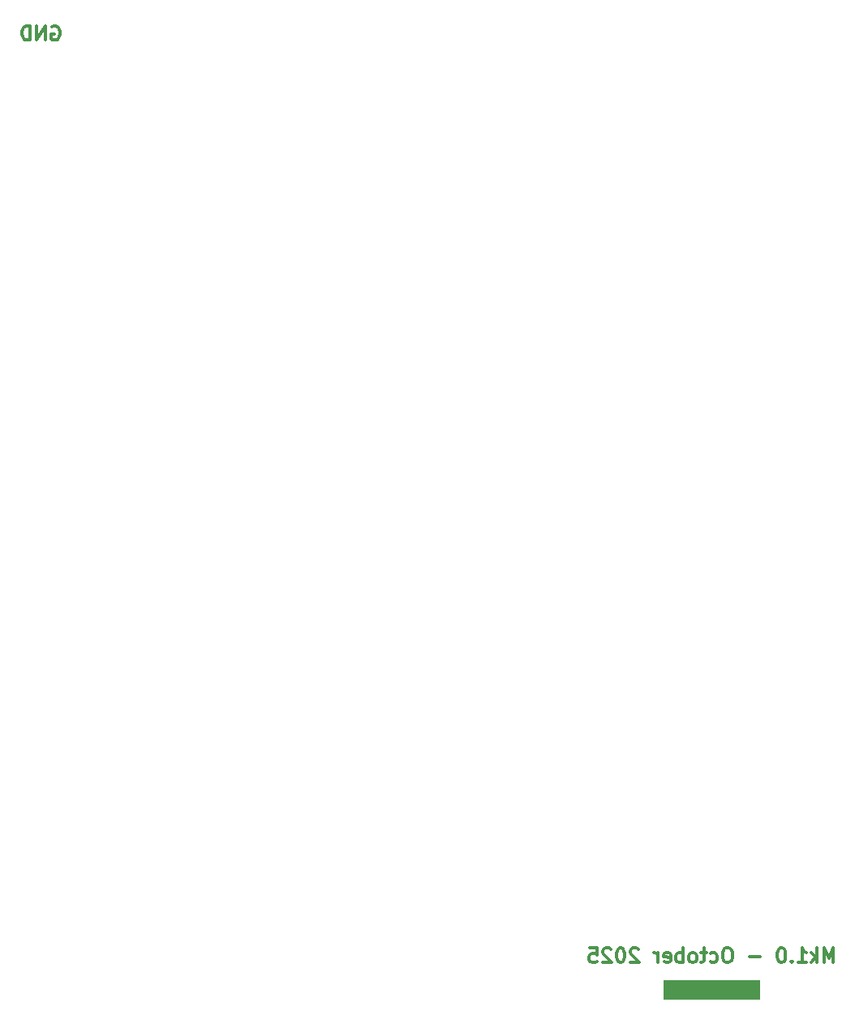
<source format=gbo>
%TF.GenerationSoftware,KiCad,Pcbnew,9.0.4*%
%TF.CreationDate,2025-10-03T19:57:29+02:00*%
%TF.ProjectId,DMH_VCEG_PANEL,444d485f-5643-4454-975f-50414e454c2e,rev?*%
%TF.SameCoordinates,Original*%
%TF.FileFunction,Legend,Bot*%
%TF.FilePolarity,Positive*%
%FSLAX46Y46*%
G04 Gerber Fmt 4.6, Leading zero omitted, Abs format (unit mm)*
G04 Created by KiCad (PCBNEW 9.0.4) date 2025-10-03 19:57:29*
%MOMM*%
%LPD*%
G01*
G04 APERTURE LIST*
%ADD10C,0.100000*%
%ADD11C,0.300000*%
%ADD12C,12.000000*%
%ADD13O,2.500000X1.500000*%
%ADD14C,4.000000*%
%ADD15C,0.500000*%
%ADD16C,3.100000*%
%ADD17C,2.900000*%
%ADD18C,13.000000*%
%ADD19R,5.000000X10.000000*%
G04 APERTURE END LIST*
D10*
X95000000Y-225500000D02*
X105000000Y-225500000D01*
X105000000Y-227500000D01*
X95000000Y-227500000D01*
X95000000Y-225500000D01*
G36*
X95000000Y-225500000D02*
G01*
X105000000Y-225500000D01*
X105000000Y-227500000D01*
X95000000Y-227500000D01*
X95000000Y-225500000D01*
G37*
D11*
X112714284Y-223678328D02*
X112714284Y-222178328D01*
X112714284Y-222178328D02*
X112214284Y-223249757D01*
X112214284Y-223249757D02*
X111714284Y-222178328D01*
X111714284Y-222178328D02*
X111714284Y-223678328D01*
X110999998Y-223678328D02*
X110999998Y-222178328D01*
X110857141Y-223106900D02*
X110428569Y-223678328D01*
X110428569Y-222678328D02*
X110999998Y-223249757D01*
X108999997Y-223678328D02*
X109857140Y-223678328D01*
X109428569Y-223678328D02*
X109428569Y-222178328D01*
X109428569Y-222178328D02*
X109571426Y-222392614D01*
X109571426Y-222392614D02*
X109714283Y-222535471D01*
X109714283Y-222535471D02*
X109857140Y-222606900D01*
X108357141Y-223535471D02*
X108285712Y-223606900D01*
X108285712Y-223606900D02*
X108357141Y-223678328D01*
X108357141Y-223678328D02*
X108428569Y-223606900D01*
X108428569Y-223606900D02*
X108357141Y-223535471D01*
X108357141Y-223535471D02*
X108357141Y-223678328D01*
X107357140Y-222178328D02*
X107214283Y-222178328D01*
X107214283Y-222178328D02*
X107071426Y-222249757D01*
X107071426Y-222249757D02*
X106999998Y-222321185D01*
X106999998Y-222321185D02*
X106928569Y-222464042D01*
X106928569Y-222464042D02*
X106857140Y-222749757D01*
X106857140Y-222749757D02*
X106857140Y-223106900D01*
X106857140Y-223106900D02*
X106928569Y-223392614D01*
X106928569Y-223392614D02*
X106999998Y-223535471D01*
X106999998Y-223535471D02*
X107071426Y-223606900D01*
X107071426Y-223606900D02*
X107214283Y-223678328D01*
X107214283Y-223678328D02*
X107357140Y-223678328D01*
X107357140Y-223678328D02*
X107499998Y-223606900D01*
X107499998Y-223606900D02*
X107571426Y-223535471D01*
X107571426Y-223535471D02*
X107642855Y-223392614D01*
X107642855Y-223392614D02*
X107714283Y-223106900D01*
X107714283Y-223106900D02*
X107714283Y-222749757D01*
X107714283Y-222749757D02*
X107642855Y-222464042D01*
X107642855Y-222464042D02*
X107571426Y-222321185D01*
X107571426Y-222321185D02*
X107499998Y-222249757D01*
X107499998Y-222249757D02*
X107357140Y-222178328D01*
X105071427Y-223106900D02*
X103928570Y-223106900D01*
X101785712Y-222178328D02*
X101499998Y-222178328D01*
X101499998Y-222178328D02*
X101357141Y-222249757D01*
X101357141Y-222249757D02*
X101214284Y-222392614D01*
X101214284Y-222392614D02*
X101142855Y-222678328D01*
X101142855Y-222678328D02*
X101142855Y-223178328D01*
X101142855Y-223178328D02*
X101214284Y-223464042D01*
X101214284Y-223464042D02*
X101357141Y-223606900D01*
X101357141Y-223606900D02*
X101499998Y-223678328D01*
X101499998Y-223678328D02*
X101785712Y-223678328D01*
X101785712Y-223678328D02*
X101928570Y-223606900D01*
X101928570Y-223606900D02*
X102071427Y-223464042D01*
X102071427Y-223464042D02*
X102142855Y-223178328D01*
X102142855Y-223178328D02*
X102142855Y-222678328D01*
X102142855Y-222678328D02*
X102071427Y-222392614D01*
X102071427Y-222392614D02*
X101928570Y-222249757D01*
X101928570Y-222249757D02*
X101785712Y-222178328D01*
X99857141Y-223606900D02*
X99999998Y-223678328D01*
X99999998Y-223678328D02*
X100285712Y-223678328D01*
X100285712Y-223678328D02*
X100428569Y-223606900D01*
X100428569Y-223606900D02*
X100499998Y-223535471D01*
X100499998Y-223535471D02*
X100571426Y-223392614D01*
X100571426Y-223392614D02*
X100571426Y-222964042D01*
X100571426Y-222964042D02*
X100499998Y-222821185D01*
X100499998Y-222821185D02*
X100428569Y-222749757D01*
X100428569Y-222749757D02*
X100285712Y-222678328D01*
X100285712Y-222678328D02*
X99999998Y-222678328D01*
X99999998Y-222678328D02*
X99857141Y-222749757D01*
X99428569Y-222678328D02*
X98857141Y-222678328D01*
X99214284Y-222178328D02*
X99214284Y-223464042D01*
X99214284Y-223464042D02*
X99142855Y-223606900D01*
X99142855Y-223606900D02*
X98999998Y-223678328D01*
X98999998Y-223678328D02*
X98857141Y-223678328D01*
X98142855Y-223678328D02*
X98285712Y-223606900D01*
X98285712Y-223606900D02*
X98357141Y-223535471D01*
X98357141Y-223535471D02*
X98428569Y-223392614D01*
X98428569Y-223392614D02*
X98428569Y-222964042D01*
X98428569Y-222964042D02*
X98357141Y-222821185D01*
X98357141Y-222821185D02*
X98285712Y-222749757D01*
X98285712Y-222749757D02*
X98142855Y-222678328D01*
X98142855Y-222678328D02*
X97928569Y-222678328D01*
X97928569Y-222678328D02*
X97785712Y-222749757D01*
X97785712Y-222749757D02*
X97714284Y-222821185D01*
X97714284Y-222821185D02*
X97642855Y-222964042D01*
X97642855Y-222964042D02*
X97642855Y-223392614D01*
X97642855Y-223392614D02*
X97714284Y-223535471D01*
X97714284Y-223535471D02*
X97785712Y-223606900D01*
X97785712Y-223606900D02*
X97928569Y-223678328D01*
X97928569Y-223678328D02*
X98142855Y-223678328D01*
X96999998Y-223678328D02*
X96999998Y-222178328D01*
X96999998Y-222749757D02*
X96857141Y-222678328D01*
X96857141Y-222678328D02*
X96571426Y-222678328D01*
X96571426Y-222678328D02*
X96428569Y-222749757D01*
X96428569Y-222749757D02*
X96357141Y-222821185D01*
X96357141Y-222821185D02*
X96285712Y-222964042D01*
X96285712Y-222964042D02*
X96285712Y-223392614D01*
X96285712Y-223392614D02*
X96357141Y-223535471D01*
X96357141Y-223535471D02*
X96428569Y-223606900D01*
X96428569Y-223606900D02*
X96571426Y-223678328D01*
X96571426Y-223678328D02*
X96857141Y-223678328D01*
X96857141Y-223678328D02*
X96999998Y-223606900D01*
X95071426Y-223606900D02*
X95214283Y-223678328D01*
X95214283Y-223678328D02*
X95499998Y-223678328D01*
X95499998Y-223678328D02*
X95642855Y-223606900D01*
X95642855Y-223606900D02*
X95714283Y-223464042D01*
X95714283Y-223464042D02*
X95714283Y-222892614D01*
X95714283Y-222892614D02*
X95642855Y-222749757D01*
X95642855Y-222749757D02*
X95499998Y-222678328D01*
X95499998Y-222678328D02*
X95214283Y-222678328D01*
X95214283Y-222678328D02*
X95071426Y-222749757D01*
X95071426Y-222749757D02*
X94999998Y-222892614D01*
X94999998Y-222892614D02*
X94999998Y-223035471D01*
X94999998Y-223035471D02*
X95714283Y-223178328D01*
X94357141Y-223678328D02*
X94357141Y-222678328D01*
X94357141Y-222964042D02*
X94285712Y-222821185D01*
X94285712Y-222821185D02*
X94214284Y-222749757D01*
X94214284Y-222749757D02*
X94071426Y-222678328D01*
X94071426Y-222678328D02*
X93928569Y-222678328D01*
X92357141Y-222321185D02*
X92285713Y-222249757D01*
X92285713Y-222249757D02*
X92142856Y-222178328D01*
X92142856Y-222178328D02*
X91785713Y-222178328D01*
X91785713Y-222178328D02*
X91642856Y-222249757D01*
X91642856Y-222249757D02*
X91571427Y-222321185D01*
X91571427Y-222321185D02*
X91499998Y-222464042D01*
X91499998Y-222464042D02*
X91499998Y-222606900D01*
X91499998Y-222606900D02*
X91571427Y-222821185D01*
X91571427Y-222821185D02*
X92428570Y-223678328D01*
X92428570Y-223678328D02*
X91499998Y-223678328D01*
X90571427Y-222178328D02*
X90428570Y-222178328D01*
X90428570Y-222178328D02*
X90285713Y-222249757D01*
X90285713Y-222249757D02*
X90214285Y-222321185D01*
X90214285Y-222321185D02*
X90142856Y-222464042D01*
X90142856Y-222464042D02*
X90071427Y-222749757D01*
X90071427Y-222749757D02*
X90071427Y-223106900D01*
X90071427Y-223106900D02*
X90142856Y-223392614D01*
X90142856Y-223392614D02*
X90214285Y-223535471D01*
X90214285Y-223535471D02*
X90285713Y-223606900D01*
X90285713Y-223606900D02*
X90428570Y-223678328D01*
X90428570Y-223678328D02*
X90571427Y-223678328D01*
X90571427Y-223678328D02*
X90714285Y-223606900D01*
X90714285Y-223606900D02*
X90785713Y-223535471D01*
X90785713Y-223535471D02*
X90857142Y-223392614D01*
X90857142Y-223392614D02*
X90928570Y-223106900D01*
X90928570Y-223106900D02*
X90928570Y-222749757D01*
X90928570Y-222749757D02*
X90857142Y-222464042D01*
X90857142Y-222464042D02*
X90785713Y-222321185D01*
X90785713Y-222321185D02*
X90714285Y-222249757D01*
X90714285Y-222249757D02*
X90571427Y-222178328D01*
X89499999Y-222321185D02*
X89428571Y-222249757D01*
X89428571Y-222249757D02*
X89285714Y-222178328D01*
X89285714Y-222178328D02*
X88928571Y-222178328D01*
X88928571Y-222178328D02*
X88785714Y-222249757D01*
X88785714Y-222249757D02*
X88714285Y-222321185D01*
X88714285Y-222321185D02*
X88642856Y-222464042D01*
X88642856Y-222464042D02*
X88642856Y-222606900D01*
X88642856Y-222606900D02*
X88714285Y-222821185D01*
X88714285Y-222821185D02*
X89571428Y-223678328D01*
X89571428Y-223678328D02*
X88642856Y-223678328D01*
X87285714Y-222178328D02*
X88000000Y-222178328D01*
X88000000Y-222178328D02*
X88071428Y-222892614D01*
X88071428Y-222892614D02*
X88000000Y-222821185D01*
X88000000Y-222821185D02*
X87857143Y-222749757D01*
X87857143Y-222749757D02*
X87500000Y-222749757D01*
X87500000Y-222749757D02*
X87357143Y-222821185D01*
X87357143Y-222821185D02*
X87285714Y-222892614D01*
X87285714Y-222892614D02*
X87214285Y-223035471D01*
X87214285Y-223035471D02*
X87214285Y-223392614D01*
X87214285Y-223392614D02*
X87285714Y-223535471D01*
X87285714Y-223535471D02*
X87357143Y-223606900D01*
X87357143Y-223606900D02*
X87500000Y-223678328D01*
X87500000Y-223678328D02*
X87857143Y-223678328D01*
X87857143Y-223678328D02*
X88000000Y-223606900D01*
X88000000Y-223606900D02*
X88071428Y-223535471D01*
X31142856Y-125999757D02*
X31285714Y-125928328D01*
X31285714Y-125928328D02*
X31499999Y-125928328D01*
X31499999Y-125928328D02*
X31714285Y-125999757D01*
X31714285Y-125999757D02*
X31857142Y-126142614D01*
X31857142Y-126142614D02*
X31928571Y-126285471D01*
X31928571Y-126285471D02*
X31999999Y-126571185D01*
X31999999Y-126571185D02*
X31999999Y-126785471D01*
X31999999Y-126785471D02*
X31928571Y-127071185D01*
X31928571Y-127071185D02*
X31857142Y-127214042D01*
X31857142Y-127214042D02*
X31714285Y-127356900D01*
X31714285Y-127356900D02*
X31499999Y-127428328D01*
X31499999Y-127428328D02*
X31357142Y-127428328D01*
X31357142Y-127428328D02*
X31142856Y-127356900D01*
X31142856Y-127356900D02*
X31071428Y-127285471D01*
X31071428Y-127285471D02*
X31071428Y-126785471D01*
X31071428Y-126785471D02*
X31357142Y-126785471D01*
X30428571Y-127428328D02*
X30428571Y-125928328D01*
X30428571Y-125928328D02*
X29571428Y-127428328D01*
X29571428Y-127428328D02*
X29571428Y-125928328D01*
X28857142Y-127428328D02*
X28857142Y-125928328D01*
X28857142Y-125928328D02*
X28499999Y-125928328D01*
X28499999Y-125928328D02*
X28285713Y-125999757D01*
X28285713Y-125999757D02*
X28142856Y-126142614D01*
X28142856Y-126142614D02*
X28071427Y-126285471D01*
X28071427Y-126285471D02*
X27999999Y-126571185D01*
X27999999Y-126571185D02*
X27999999Y-126785471D01*
X27999999Y-126785471D02*
X28071427Y-127071185D01*
X28071427Y-127071185D02*
X28142856Y-127214042D01*
X28142856Y-127214042D02*
X28285713Y-127356900D01*
X28285713Y-127356900D02*
X28499999Y-127428328D01*
X28499999Y-127428328D02*
X28857142Y-127428328D01*
%LPC*%
D12*
%TO.C,H47*%
X150000000Y-88250000D03*
D13*
X150000000Y-94250000D03*
%TD*%
D12*
%TO.C,H9*%
X87500000Y-54750000D03*
%TD*%
D14*
%TO.C,H54*%
X128500000Y-226500000D03*
%TD*%
D15*
%TO.C,H35*%
X111300000Y-208750000D03*
X112960000Y-204720000D03*
X112970000Y-212790000D03*
X117000000Y-203050000D03*
D12*
X117000000Y-208750000D03*
D15*
X117000000Y-214450000D03*
X121030000Y-212790000D03*
X121040000Y-204720000D03*
X122700000Y-208750000D03*
%TD*%
D14*
%TO.C,H3*%
X28500000Y-226500000D03*
%TD*%
D12*
%TO.C,H12*%
X87500000Y-140250000D03*
%TD*%
%TO.C,H10*%
X87500000Y-83250000D03*
%TD*%
D14*
%TO.C,H52*%
X128500000Y-33500000D03*
%TD*%
%TO.C,H51*%
X71500000Y-33500000D03*
%TD*%
D12*
%TO.C,H8*%
X50000000Y-155250000D03*
D13*
X50000000Y-161250000D03*
%TD*%
D12*
%TO.C,H41*%
X112500000Y-111750000D03*
%TD*%
D15*
%TO.C,H15*%
X27800000Y-190250000D03*
X29460000Y-186220000D03*
X29470000Y-194290000D03*
X33500000Y-184550000D03*
D12*
X33500000Y-190250000D03*
D15*
X33500000Y-195950000D03*
X37530000Y-194290000D03*
X37540000Y-186220000D03*
X39200000Y-190250000D03*
%TD*%
D16*
%TO.C,H33*%
X130000000Y-85750000D03*
%TD*%
D17*
%TO.C,H32*%
X130000000Y-162400000D03*
D18*
X130000000Y-168500000D03*
%TD*%
D12*
%TO.C,H40*%
X112500000Y-83250000D03*
%TD*%
D17*
%TO.C,H14*%
X70000000Y-162400000D03*
D18*
X70000000Y-168500000D03*
%TD*%
D12*
%TO.C,H7*%
X50000000Y-121750000D03*
D13*
X50000000Y-127750000D03*
%TD*%
D15*
%TO.C,H60*%
X60800000Y-208750000D03*
X62460000Y-204720000D03*
X62470000Y-212790000D03*
X66500000Y-203050000D03*
D12*
X66500000Y-208750000D03*
D15*
X66500000Y-214450000D03*
X70530000Y-212790000D03*
X70540000Y-204720000D03*
X72200000Y-208750000D03*
%TD*%
%TO.C,H34*%
X144300000Y-190250000D03*
X145960000Y-186220000D03*
X145970000Y-194290000D03*
X150000000Y-184550000D03*
D12*
X150000000Y-190250000D03*
D15*
X150000000Y-195950000D03*
X154030000Y-194290000D03*
X154040000Y-186220000D03*
X155700000Y-190250000D03*
%TD*%
%TO.C,H37*%
X127800000Y-190250000D03*
X129460000Y-186220000D03*
X129470000Y-194290000D03*
X133500000Y-184550000D03*
D12*
X133500000Y-190250000D03*
D15*
X133500000Y-195950000D03*
X137530000Y-194290000D03*
X137540000Y-186220000D03*
X139200000Y-190250000D03*
%TD*%
D12*
%TO.C,H48*%
X150000000Y-121750000D03*
D13*
X150000000Y-127750000D03*
%TD*%
D15*
%TO.C,H62*%
X144300000Y-208750000D03*
X145960000Y-204720000D03*
X145970000Y-212790000D03*
X150000000Y-203050000D03*
D12*
X150000000Y-208750000D03*
D15*
X150000000Y-214450000D03*
X154030000Y-212790000D03*
X154040000Y-204720000D03*
X155700000Y-208750000D03*
%TD*%
D16*
%TO.C,H26*%
X70000000Y-116750000D03*
%TD*%
%TO.C,H24*%
X70000000Y-54750000D03*
%TD*%
%TO.C,H36*%
X130000000Y-116750000D03*
%TD*%
D15*
%TO.C,H44*%
X111300000Y-190250000D03*
X112960000Y-186220000D03*
X112970000Y-194290000D03*
X117000000Y-184550000D03*
D12*
X117000000Y-190250000D03*
D15*
X117000000Y-195950000D03*
X121030000Y-194290000D03*
X121040000Y-186220000D03*
X122700000Y-190250000D03*
%TD*%
D17*
%TO.C,H31*%
X115000000Y-162400000D03*
D18*
X115000000Y-168500000D03*
%TD*%
D15*
%TO.C,H23*%
X94300000Y-190250000D03*
X95960000Y-186220000D03*
X95970000Y-194290000D03*
X100000000Y-184550000D03*
D12*
X100000000Y-190250000D03*
D15*
X100000000Y-195950000D03*
X104030000Y-194290000D03*
X104040000Y-186220000D03*
X105700000Y-190250000D03*
%TD*%
D12*
%TO.C,H49*%
X150000000Y-155250000D03*
D13*
X150000000Y-161250000D03*
%TD*%
D12*
%TO.C,H11*%
X87500000Y-111750000D03*
%TD*%
D15*
%TO.C,H38*%
X160800000Y-208750000D03*
X162460000Y-204720000D03*
X162470000Y-212790000D03*
X166500000Y-203050000D03*
D12*
X166500000Y-208750000D03*
D15*
X166500000Y-214450000D03*
X170530000Y-212790000D03*
X170540000Y-204720000D03*
X172200000Y-208750000D03*
%TD*%
D12*
%TO.C,H46*%
X150000000Y-54750000D03*
D13*
X150000000Y-60750000D03*
%TD*%
D14*
%TO.C,H53*%
X71500000Y-226500000D03*
%TD*%
D15*
%TO.C,H29*%
X160800000Y-190250000D03*
X162460000Y-186220000D03*
X162470000Y-194290000D03*
X166500000Y-184550000D03*
D12*
X166500000Y-190250000D03*
D15*
X166500000Y-195950000D03*
X170530000Y-194290000D03*
X170540000Y-186220000D03*
X172200000Y-190250000D03*
%TD*%
D16*
%TO.C,H27*%
X70000000Y-147750000D03*
%TD*%
D12*
%TO.C,H6*%
X50000000Y-88250000D03*
D13*
X50000000Y-94250000D03*
%TD*%
D15*
%TO.C,H17*%
X60800000Y-190250000D03*
X62460000Y-186220000D03*
X62470000Y-194290000D03*
X66500000Y-184550000D03*
D12*
X66500000Y-190250000D03*
D15*
X66500000Y-195950000D03*
X70530000Y-194290000D03*
X70540000Y-186220000D03*
X72200000Y-190250000D03*
%TD*%
D16*
%TO.C,H43*%
X130000000Y-147750000D03*
%TD*%
D15*
%TO.C,H18*%
X77300000Y-190250000D03*
X78960000Y-186220000D03*
X78970000Y-194290000D03*
X83000000Y-184550000D03*
D12*
X83000000Y-190250000D03*
D15*
X83000000Y-195950000D03*
X87030000Y-194290000D03*
X87040000Y-186220000D03*
X88700000Y-190250000D03*
%TD*%
%TO.C,H30*%
X160800000Y-171750000D03*
X162460000Y-167720000D03*
X162470000Y-175790000D03*
X166500000Y-166050000D03*
D12*
X166500000Y-171750000D03*
D15*
X166500000Y-177450000D03*
X170530000Y-175790000D03*
X170540000Y-167720000D03*
X172200000Y-171750000D03*
%TD*%
D14*
%TO.C,H2*%
X171500000Y-33500000D03*
%TD*%
%TO.C,H4*%
X171500000Y-226500000D03*
%TD*%
D15*
%TO.C,H16*%
X44300000Y-190250000D03*
X45960000Y-186220000D03*
X45970000Y-194290000D03*
X50000000Y-184550000D03*
D12*
X50000000Y-190250000D03*
D15*
X50000000Y-195950000D03*
X54030000Y-194290000D03*
X54040000Y-186220000D03*
X55700000Y-190250000D03*
%TD*%
%TO.C,H19*%
X27800000Y-171750000D03*
X29460000Y-167720000D03*
X29470000Y-175790000D03*
X33500000Y-166050000D03*
D12*
X33500000Y-171750000D03*
D15*
X33500000Y-177450000D03*
X37530000Y-175790000D03*
X37540000Y-167720000D03*
X39200000Y-171750000D03*
%TD*%
D12*
%TO.C,H42*%
X112500000Y-140250000D03*
%TD*%
D15*
%TO.C,H61*%
X127800000Y-208750000D03*
X129460000Y-204720000D03*
X129470000Y-212790000D03*
X133500000Y-203050000D03*
D12*
X133500000Y-208750000D03*
D15*
X133500000Y-214450000D03*
X137530000Y-212790000D03*
X137540000Y-204720000D03*
X139200000Y-208750000D03*
%TD*%
D14*
%TO.C,H1*%
X28500000Y-33500000D03*
%TD*%
D16*
%TO.C,H28*%
X130000000Y-54750000D03*
%TD*%
D17*
%TO.C,H13*%
X85000000Y-162400000D03*
D18*
X85000000Y-168500000D03*
%TD*%
D15*
%TO.C,H50*%
X94300000Y-208750000D03*
X95960000Y-204720000D03*
X95970000Y-212790000D03*
X100000000Y-203050000D03*
D12*
X100000000Y-208750000D03*
D15*
X100000000Y-214450000D03*
X104030000Y-212790000D03*
X104040000Y-204720000D03*
X105700000Y-208750000D03*
%TD*%
D17*
%TO.C,H45*%
X100000000Y-162400000D03*
D18*
X100000000Y-168500000D03*
%TD*%
D16*
%TO.C,H25*%
X70000000Y-85750000D03*
%TD*%
D15*
%TO.C,H20*%
X77300000Y-208750000D03*
X78960000Y-204720000D03*
X78970000Y-212790000D03*
X83000000Y-203050000D03*
D12*
X83000000Y-208750000D03*
D15*
X83000000Y-214450000D03*
X87030000Y-212790000D03*
X87040000Y-204720000D03*
X88700000Y-208750000D03*
%TD*%
D12*
%TO.C,H39*%
X112500000Y-54750000D03*
%TD*%
D15*
%TO.C,H59*%
X44300000Y-208750000D03*
X45960000Y-204720000D03*
X45970000Y-212790000D03*
X50000000Y-203050000D03*
D12*
X50000000Y-208750000D03*
D15*
X50000000Y-214450000D03*
X54030000Y-212790000D03*
X54040000Y-204720000D03*
X55700000Y-208750000D03*
%TD*%
D12*
%TO.C,H5*%
X50000000Y-54750000D03*
D13*
X50000000Y-60750000D03*
%TD*%
D15*
%TO.C,H21*%
X27800000Y-208750000D03*
X29460000Y-204720000D03*
X29470000Y-212790000D03*
X33500000Y-203050000D03*
D12*
X33500000Y-208750000D03*
D15*
X33500000Y-214450000D03*
X37530000Y-212790000D03*
X37540000Y-204720000D03*
X39200000Y-208750000D03*
%TD*%
D19*
%TO.C,J0*%
X30000000Y-120000000D03*
%TD*%
%LPD*%
M02*

</source>
